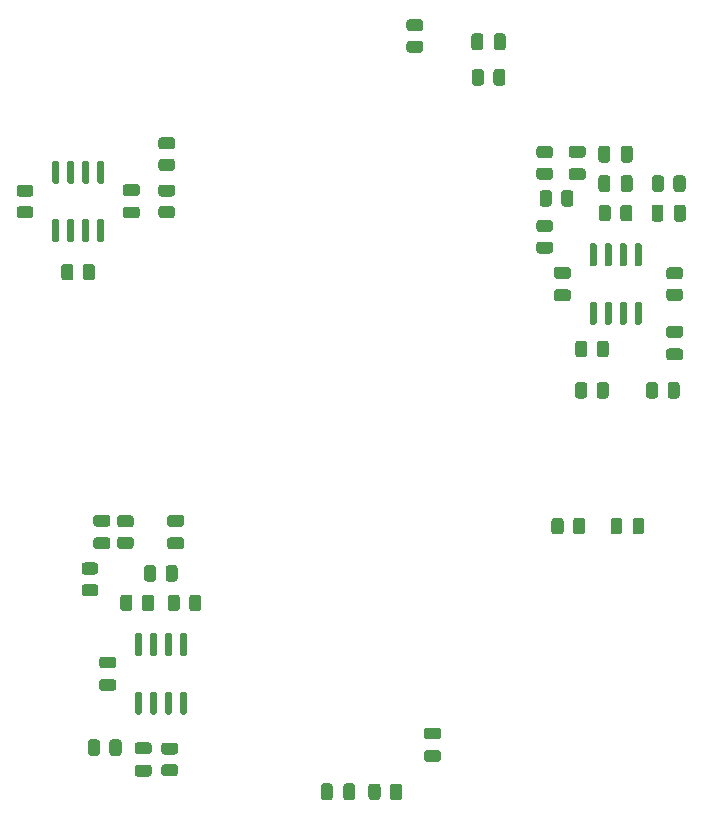
<source format=gbr>
%TF.GenerationSoftware,KiCad,Pcbnew,(5.1.10-1-10_14)*%
%TF.CreationDate,2021-10-01T16:43:39+02:00*%
%TF.ProjectId,Guitarpedal,47756974-6172-4706-9564-616c2e6b6963,rev?*%
%TF.SameCoordinates,Original*%
%TF.FileFunction,Paste,Top*%
%TF.FilePolarity,Positive*%
%FSLAX46Y46*%
G04 Gerber Fmt 4.6, Leading zero omitted, Abs format (unit mm)*
G04 Created by KiCad (PCBNEW (5.1.10-1-10_14)) date 2021-10-01 16:43:39*
%MOMM*%
%LPD*%
G01*
G04 APERTURE LIST*
G04 APERTURE END LIST*
%TO.C,R25*%
G36*
G01*
X35450001Y66400000D02*
X34549999Y66400000D01*
G75*
G02*
X34300000Y66649999I0J249999D01*
G01*
X34300000Y67175001D01*
G75*
G02*
X34549999Y67425000I249999J0D01*
G01*
X35450001Y67425000D01*
G75*
G02*
X35700000Y67175001I0J-249999D01*
G01*
X35700000Y66649999D01*
G75*
G02*
X35450001Y66400000I-249999J0D01*
G01*
G37*
G36*
G01*
X35450001Y64575000D02*
X34549999Y64575000D01*
G75*
G02*
X34300000Y64824999I0J249999D01*
G01*
X34300000Y65350001D01*
G75*
G02*
X34549999Y65600000I249999J0D01*
G01*
X35450001Y65600000D01*
G75*
G02*
X35700000Y65350001I0J-249999D01*
G01*
X35700000Y64824999D01*
G75*
G02*
X35450001Y64575000I-249999J0D01*
G01*
G37*
%TD*%
%TO.C,C1*%
G36*
G01*
X36975000Y4550000D02*
X36025000Y4550000D01*
G75*
G02*
X35775000Y4800000I0J250000D01*
G01*
X35775000Y5300000D01*
G75*
G02*
X36025000Y5550000I250000J0D01*
G01*
X36975000Y5550000D01*
G75*
G02*
X37225000Y5300000I0J-250000D01*
G01*
X37225000Y4800000D01*
G75*
G02*
X36975000Y4550000I-250000J0D01*
G01*
G37*
G36*
G01*
X36975000Y6450000D02*
X36025000Y6450000D01*
G75*
G02*
X35775000Y6700000I0J250000D01*
G01*
X35775000Y7200000D01*
G75*
G02*
X36025000Y7450000I250000J0D01*
G01*
X36975000Y7450000D01*
G75*
G02*
X37225000Y7200000I0J-250000D01*
G01*
X37225000Y6700000D01*
G75*
G02*
X36975000Y6450000I-250000J0D01*
G01*
G37*
%TD*%
%TO.C,C2*%
G36*
G01*
X9475000Y12450000D02*
X8525000Y12450000D01*
G75*
G02*
X8275000Y12700000I0J250000D01*
G01*
X8275000Y13200000D01*
G75*
G02*
X8525000Y13450000I250000J0D01*
G01*
X9475000Y13450000D01*
G75*
G02*
X9725000Y13200000I0J-250000D01*
G01*
X9725000Y12700000D01*
G75*
G02*
X9475000Y12450000I-250000J0D01*
G01*
G37*
G36*
G01*
X9475000Y10550000D02*
X8525000Y10550000D01*
G75*
G02*
X8275000Y10800000I0J250000D01*
G01*
X8275000Y11300000D01*
G75*
G02*
X8525000Y11550000I250000J0D01*
G01*
X9475000Y11550000D01*
G75*
G02*
X9725000Y11300000I0J-250000D01*
G01*
X9725000Y10800000D01*
G75*
G02*
X9475000Y10550000I-250000J0D01*
G01*
G37*
%TD*%
%TO.C,C3*%
G36*
G01*
X10525000Y53450000D02*
X11475000Y53450000D01*
G75*
G02*
X11725000Y53200000I0J-250000D01*
G01*
X11725000Y52700000D01*
G75*
G02*
X11475000Y52450000I-250000J0D01*
G01*
X10525000Y52450000D01*
G75*
G02*
X10275000Y52700000I0J250000D01*
G01*
X10275000Y53200000D01*
G75*
G02*
X10525000Y53450000I250000J0D01*
G01*
G37*
G36*
G01*
X10525000Y51550000D02*
X11475000Y51550000D01*
G75*
G02*
X11725000Y51300000I0J-250000D01*
G01*
X11725000Y50800000D01*
G75*
G02*
X11475000Y50550000I-250000J0D01*
G01*
X10525000Y50550000D01*
G75*
G02*
X10275000Y50800000I0J250000D01*
G01*
X10275000Y51300000D01*
G75*
G02*
X10525000Y51550000I250000J0D01*
G01*
G37*
%TD*%
%TO.C,C4*%
G36*
G01*
X47975000Y45450000D02*
X47025000Y45450000D01*
G75*
G02*
X46775000Y45700000I0J250000D01*
G01*
X46775000Y46200000D01*
G75*
G02*
X47025000Y46450000I250000J0D01*
G01*
X47975000Y46450000D01*
G75*
G02*
X48225000Y46200000I0J-250000D01*
G01*
X48225000Y45700000D01*
G75*
G02*
X47975000Y45450000I-250000J0D01*
G01*
G37*
G36*
G01*
X47975000Y43550000D02*
X47025000Y43550000D01*
G75*
G02*
X46775000Y43800000I0J250000D01*
G01*
X46775000Y44300000D01*
G75*
G02*
X47025000Y44550000I250000J0D01*
G01*
X47975000Y44550000D01*
G75*
G02*
X48225000Y44300000I0J-250000D01*
G01*
X48225000Y43800000D01*
G75*
G02*
X47975000Y43550000I-250000J0D01*
G01*
G37*
%TD*%
%TO.C,C6*%
G36*
G01*
X12475000Y3300000D02*
X11525000Y3300000D01*
G75*
G02*
X11275000Y3550000I0J250000D01*
G01*
X11275000Y4050000D01*
G75*
G02*
X11525000Y4300000I250000J0D01*
G01*
X12475000Y4300000D01*
G75*
G02*
X12725000Y4050000I0J-250000D01*
G01*
X12725000Y3550000D01*
G75*
G02*
X12475000Y3300000I-250000J0D01*
G01*
G37*
G36*
G01*
X12475000Y5200000D02*
X11525000Y5200000D01*
G75*
G02*
X11275000Y5450000I0J250000D01*
G01*
X11275000Y5950000D01*
G75*
G02*
X11525000Y6200000I250000J0D01*
G01*
X12475000Y6200000D01*
G75*
G02*
X12725000Y5950000I0J-250000D01*
G01*
X12725000Y5450000D01*
G75*
G02*
X12475000Y5200000I-250000J0D01*
G01*
G37*
%TD*%
%TO.C,C7*%
G36*
G01*
X27050000Y1525000D02*
X27050000Y2475000D01*
G75*
G02*
X27300000Y2725000I250000J0D01*
G01*
X27800000Y2725000D01*
G75*
G02*
X28050000Y2475000I0J-250000D01*
G01*
X28050000Y1525000D01*
G75*
G02*
X27800000Y1275000I-250000J0D01*
G01*
X27300000Y1275000D01*
G75*
G02*
X27050000Y1525000I0J250000D01*
G01*
G37*
G36*
G01*
X28950000Y1525000D02*
X28950000Y2475000D01*
G75*
G02*
X29200000Y2725000I250000J0D01*
G01*
X29700000Y2725000D01*
G75*
G02*
X29950000Y2475000I0J-250000D01*
G01*
X29950000Y1525000D01*
G75*
G02*
X29700000Y1275000I-250000J0D01*
G01*
X29200000Y1275000D01*
G75*
G02*
X28950000Y1525000I0J250000D01*
G01*
G37*
%TD*%
%TO.C,C8*%
G36*
G01*
X48275000Y54800000D02*
X49225000Y54800000D01*
G75*
G02*
X49475000Y54550000I0J-250000D01*
G01*
X49475000Y54050000D01*
G75*
G02*
X49225000Y53800000I-250000J0D01*
G01*
X48275000Y53800000D01*
G75*
G02*
X48025000Y54050000I0J250000D01*
G01*
X48025000Y54550000D01*
G75*
G02*
X48275000Y54800000I250000J0D01*
G01*
G37*
G36*
G01*
X48275000Y56700000D02*
X49225000Y56700000D01*
G75*
G02*
X49475000Y56450000I0J-250000D01*
G01*
X49475000Y55950000D01*
G75*
G02*
X49225000Y55700000I-250000J0D01*
G01*
X48275000Y55700000D01*
G75*
G02*
X48025000Y55950000I0J250000D01*
G01*
X48025000Y56450000D01*
G75*
G02*
X48275000Y56700000I250000J0D01*
G01*
G37*
%TD*%
%TO.C,C9*%
G36*
G01*
X14275000Y25450000D02*
X15225000Y25450000D01*
G75*
G02*
X15475000Y25200000I0J-250000D01*
G01*
X15475000Y24700000D01*
G75*
G02*
X15225000Y24450000I-250000J0D01*
G01*
X14275000Y24450000D01*
G75*
G02*
X14025000Y24700000I0J250000D01*
G01*
X14025000Y25200000D01*
G75*
G02*
X14275000Y25450000I250000J0D01*
G01*
G37*
G36*
G01*
X14275000Y23550000D02*
X15225000Y23550000D01*
G75*
G02*
X15475000Y23300000I0J-250000D01*
G01*
X15475000Y22800000D01*
G75*
G02*
X15225000Y22550000I-250000J0D01*
G01*
X14275000Y22550000D01*
G75*
G02*
X14025000Y22800000I0J250000D01*
G01*
X14025000Y23300000D01*
G75*
G02*
X14275000Y23550000I250000J0D01*
G01*
G37*
%TD*%
%TO.C,C10*%
G36*
G01*
X8025000Y23550000D02*
X8975000Y23550000D01*
G75*
G02*
X9225000Y23300000I0J-250000D01*
G01*
X9225000Y22800000D01*
G75*
G02*
X8975000Y22550000I-250000J0D01*
G01*
X8025000Y22550000D01*
G75*
G02*
X7775000Y22800000I0J250000D01*
G01*
X7775000Y23300000D01*
G75*
G02*
X8025000Y23550000I250000J0D01*
G01*
G37*
G36*
G01*
X8025000Y25450000D02*
X8975000Y25450000D01*
G75*
G02*
X9225000Y25200000I0J-250000D01*
G01*
X9225000Y24700000D01*
G75*
G02*
X8975000Y24450000I-250000J0D01*
G01*
X8025000Y24450000D01*
G75*
G02*
X7775000Y24700000I0J250000D01*
G01*
X7775000Y25200000D01*
G75*
G02*
X8025000Y25450000I250000J0D01*
G01*
G37*
%TD*%
%TO.C,C11*%
G36*
G01*
X57475000Y38550000D02*
X56525000Y38550000D01*
G75*
G02*
X56275000Y38800000I0J250000D01*
G01*
X56275000Y39300000D01*
G75*
G02*
X56525000Y39550000I250000J0D01*
G01*
X57475000Y39550000D01*
G75*
G02*
X57725000Y39300000I0J-250000D01*
G01*
X57725000Y38800000D01*
G75*
G02*
X57475000Y38550000I-250000J0D01*
G01*
G37*
G36*
G01*
X57475000Y40450000D02*
X56525000Y40450000D01*
G75*
G02*
X56275000Y40700000I0J250000D01*
G01*
X56275000Y41200000D01*
G75*
G02*
X56525000Y41450000I250000J0D01*
G01*
X57475000Y41450000D01*
G75*
G02*
X57725000Y41200000I0J-250000D01*
G01*
X57725000Y40700000D01*
G75*
G02*
X57475000Y40450000I-250000J0D01*
G01*
G37*
%TD*%
%TO.C,C12*%
G36*
G01*
X52450000Y53025000D02*
X52450000Y53975000D01*
G75*
G02*
X52700000Y54225000I250000J0D01*
G01*
X53200000Y54225000D01*
G75*
G02*
X53450000Y53975000I0J-250000D01*
G01*
X53450000Y53025000D01*
G75*
G02*
X53200000Y52775000I-250000J0D01*
G01*
X52700000Y52775000D01*
G75*
G02*
X52450000Y53025000I0J250000D01*
G01*
G37*
G36*
G01*
X50550000Y53025000D02*
X50550000Y53975000D01*
G75*
G02*
X50800000Y54225000I250000J0D01*
G01*
X51300000Y54225000D01*
G75*
G02*
X51550000Y53975000I0J-250000D01*
G01*
X51550000Y53025000D01*
G75*
G02*
X51300000Y52775000I-250000J0D01*
G01*
X50800000Y52775000D01*
G75*
G02*
X50550000Y53025000I0J250000D01*
G01*
G37*
%TD*%
%TO.C,C13*%
G36*
G01*
X51550000Y56475000D02*
X51550000Y55525000D01*
G75*
G02*
X51300000Y55275000I-250000J0D01*
G01*
X50800000Y55275000D01*
G75*
G02*
X50550000Y55525000I0J250000D01*
G01*
X50550000Y56475000D01*
G75*
G02*
X50800000Y56725000I250000J0D01*
G01*
X51300000Y56725000D01*
G75*
G02*
X51550000Y56475000I0J-250000D01*
G01*
G37*
G36*
G01*
X53450000Y56475000D02*
X53450000Y55525000D01*
G75*
G02*
X53200000Y55275000I-250000J0D01*
G01*
X52700000Y55275000D01*
G75*
G02*
X52450000Y55525000I0J250000D01*
G01*
X52450000Y56475000D01*
G75*
G02*
X52700000Y56725000I250000J0D01*
G01*
X53200000Y56725000D01*
G75*
G02*
X53450000Y56475000I0J-250000D01*
G01*
G37*
%TD*%
%TO.C,C14*%
G36*
G01*
X40800000Y65975000D02*
X40800000Y65025000D01*
G75*
G02*
X40550000Y64775000I-250000J0D01*
G01*
X40050000Y64775000D01*
G75*
G02*
X39800000Y65025000I0J250000D01*
G01*
X39800000Y65975000D01*
G75*
G02*
X40050000Y66225000I250000J0D01*
G01*
X40550000Y66225000D01*
G75*
G02*
X40800000Y65975000I0J-250000D01*
G01*
G37*
G36*
G01*
X42700000Y65975000D02*
X42700000Y65025000D01*
G75*
G02*
X42450000Y64775000I-250000J0D01*
G01*
X41950000Y64775000D01*
G75*
G02*
X41700000Y65025000I0J250000D01*
G01*
X41700000Y65975000D01*
G75*
G02*
X41950000Y66225000I250000J0D01*
G01*
X42450000Y66225000D01*
G75*
G02*
X42700000Y65975000I0J-250000D01*
G01*
G37*
%TD*%
%TO.C,C15*%
G36*
G01*
X57950000Y51475000D02*
X57950000Y50525000D01*
G75*
G02*
X57700000Y50275000I-250000J0D01*
G01*
X57200000Y50275000D01*
G75*
G02*
X56950000Y50525000I0J250000D01*
G01*
X56950000Y51475000D01*
G75*
G02*
X57200000Y51725000I250000J0D01*
G01*
X57700000Y51725000D01*
G75*
G02*
X57950000Y51475000I0J-250000D01*
G01*
G37*
G36*
G01*
X56050000Y51475000D02*
X56050000Y50525000D01*
G75*
G02*
X55800000Y50275000I-250000J0D01*
G01*
X55300000Y50275000D01*
G75*
G02*
X55050000Y50525000I0J250000D01*
G01*
X55050000Y51475000D01*
G75*
G02*
X55300000Y51725000I250000J0D01*
G01*
X55800000Y51725000D01*
G75*
G02*
X56050000Y51475000I0J-250000D01*
G01*
G37*
%TD*%
%TO.C,D2*%
G36*
G01*
X54425000Y24956250D02*
X54425000Y24043750D01*
G75*
G02*
X54181250Y23800000I-243750J0D01*
G01*
X53693750Y23800000D01*
G75*
G02*
X53450000Y24043750I0J243750D01*
G01*
X53450000Y24956250D01*
G75*
G02*
X53693750Y25200000I243750J0D01*
G01*
X54181250Y25200000D01*
G75*
G02*
X54425000Y24956250I0J-243750D01*
G01*
G37*
G36*
G01*
X52550000Y24956250D02*
X52550000Y24043750D01*
G75*
G02*
X52306250Y23800000I-243750J0D01*
G01*
X51818750Y23800000D01*
G75*
G02*
X51575000Y24043750I0J243750D01*
G01*
X51575000Y24956250D01*
G75*
G02*
X51818750Y25200000I243750J0D01*
G01*
X52306250Y25200000D01*
G75*
G02*
X52550000Y24956250I0J-243750D01*
G01*
G37*
%TD*%
%TO.C,R1*%
G36*
G01*
X48400000Y24049998D02*
X48400000Y24950002D01*
G75*
G02*
X48649998Y25200000I249998J0D01*
G01*
X49175002Y25200000D01*
G75*
G02*
X49425000Y24950002I0J-249998D01*
G01*
X49425000Y24049998D01*
G75*
G02*
X49175002Y23800000I-249998J0D01*
G01*
X48649998Y23800000D01*
G75*
G02*
X48400000Y24049998I0J249998D01*
G01*
G37*
G36*
G01*
X46575000Y24049998D02*
X46575000Y24950002D01*
G75*
G02*
X46824998Y25200000I249998J0D01*
G01*
X47350002Y25200000D01*
G75*
G02*
X47600000Y24950002I0J-249998D01*
G01*
X47600000Y24049998D01*
G75*
G02*
X47350002Y23800000I-249998J0D01*
G01*
X46824998Y23800000D01*
G75*
G02*
X46575000Y24049998I0J249998D01*
G01*
G37*
%TD*%
%TO.C,R2*%
G36*
G01*
X9150000Y5299998D02*
X9150000Y6200002D01*
G75*
G02*
X9399998Y6450000I249998J0D01*
G01*
X9925002Y6450000D01*
G75*
G02*
X10175000Y6200002I0J-249998D01*
G01*
X10175000Y5299998D01*
G75*
G02*
X9925002Y5050000I-249998J0D01*
G01*
X9399998Y5050000D01*
G75*
G02*
X9150000Y5299998I0J249998D01*
G01*
G37*
G36*
G01*
X7325000Y5299998D02*
X7325000Y6200002D01*
G75*
G02*
X7574998Y6450000I249998J0D01*
G01*
X8100002Y6450000D01*
G75*
G02*
X8350000Y6200002I0J-249998D01*
G01*
X8350000Y5299998D01*
G75*
G02*
X8100002Y5050000I-249998J0D01*
G01*
X7574998Y5050000D01*
G75*
G02*
X7325000Y5299998I0J249998D01*
G01*
G37*
%TD*%
%TO.C,R3*%
G36*
G01*
X13799998Y6175000D02*
X14700002Y6175000D01*
G75*
G02*
X14950000Y5925002I0J-249998D01*
G01*
X14950000Y5399998D01*
G75*
G02*
X14700002Y5150000I-249998J0D01*
G01*
X13799998Y5150000D01*
G75*
G02*
X13550000Y5399998I0J249998D01*
G01*
X13550000Y5925002D01*
G75*
G02*
X13799998Y6175000I249998J0D01*
G01*
G37*
G36*
G01*
X13799998Y4350000D02*
X14700002Y4350000D01*
G75*
G02*
X14950000Y4100002I0J-249998D01*
G01*
X14950000Y3574998D01*
G75*
G02*
X14700002Y3325000I-249998J0D01*
G01*
X13799998Y3325000D01*
G75*
G02*
X13550000Y3574998I0J249998D01*
G01*
X13550000Y4100002D01*
G75*
G02*
X13799998Y4350000I249998J0D01*
G01*
G37*
%TD*%
%TO.C,R4*%
G36*
G01*
X11100000Y18450002D02*
X11100000Y17549998D01*
G75*
G02*
X10850002Y17300000I-249998J0D01*
G01*
X10324998Y17300000D01*
G75*
G02*
X10075000Y17549998I0J249998D01*
G01*
X10075000Y18450002D01*
G75*
G02*
X10324998Y18700000I249998J0D01*
G01*
X10850002Y18700000D01*
G75*
G02*
X11100000Y18450002I0J-249998D01*
G01*
G37*
G36*
G01*
X12925000Y18450002D02*
X12925000Y17549998D01*
G75*
G02*
X12675002Y17300000I-249998J0D01*
G01*
X12149998Y17300000D01*
G75*
G02*
X11900000Y17549998I0J249998D01*
G01*
X11900000Y18450002D01*
G75*
G02*
X12149998Y18700000I249998J0D01*
G01*
X12675002Y18700000D01*
G75*
G02*
X12925000Y18450002I0J-249998D01*
G01*
G37*
%TD*%
%TO.C,R5*%
G36*
G01*
X46450002Y55650000D02*
X45549998Y55650000D01*
G75*
G02*
X45300000Y55899998I0J249998D01*
G01*
X45300000Y56425002D01*
G75*
G02*
X45549998Y56675000I249998J0D01*
G01*
X46450002Y56675000D01*
G75*
G02*
X46700000Y56425002I0J-249998D01*
G01*
X46700000Y55899998D01*
G75*
G02*
X46450002Y55650000I-249998J0D01*
G01*
G37*
G36*
G01*
X46450002Y53825000D02*
X45549998Y53825000D01*
G75*
G02*
X45300000Y54074998I0J249998D01*
G01*
X45300000Y54600002D01*
G75*
G02*
X45549998Y54850000I249998J0D01*
G01*
X46450002Y54850000D01*
G75*
G02*
X46700000Y54600002I0J-249998D01*
G01*
X46700000Y54074998D01*
G75*
G02*
X46450002Y53825000I-249998J0D01*
G01*
G37*
%TD*%
%TO.C,R6*%
G36*
G01*
X45575000Y51799998D02*
X45575000Y52700002D01*
G75*
G02*
X45824998Y52950000I249998J0D01*
G01*
X46350002Y52950000D01*
G75*
G02*
X46600000Y52700002I0J-249998D01*
G01*
X46600000Y51799998D01*
G75*
G02*
X46350002Y51550000I-249998J0D01*
G01*
X45824998Y51550000D01*
G75*
G02*
X45575000Y51799998I0J249998D01*
G01*
G37*
G36*
G01*
X47400000Y51799998D02*
X47400000Y52700002D01*
G75*
G02*
X47649998Y52950000I249998J0D01*
G01*
X48175002Y52950000D01*
G75*
G02*
X48425000Y52700002I0J-249998D01*
G01*
X48425000Y51799998D01*
G75*
G02*
X48175002Y51550000I-249998J0D01*
G01*
X47649998Y51550000D01*
G75*
G02*
X47400000Y51799998I0J249998D01*
G01*
G37*
%TD*%
%TO.C,R7*%
G36*
G01*
X12075000Y20049998D02*
X12075000Y20950002D01*
G75*
G02*
X12324998Y21200000I249998J0D01*
G01*
X12850002Y21200000D01*
G75*
G02*
X13100000Y20950002I0J-249998D01*
G01*
X13100000Y20049998D01*
G75*
G02*
X12850002Y19800000I-249998J0D01*
G01*
X12324998Y19800000D01*
G75*
G02*
X12075000Y20049998I0J249998D01*
G01*
G37*
G36*
G01*
X13900000Y20049998D02*
X13900000Y20950002D01*
G75*
G02*
X14149998Y21200000I249998J0D01*
G01*
X14675002Y21200000D01*
G75*
G02*
X14925000Y20950002I0J-249998D01*
G01*
X14925000Y20049998D01*
G75*
G02*
X14675002Y19800000I-249998J0D01*
G01*
X14149998Y19800000D01*
G75*
G02*
X13900000Y20049998I0J249998D01*
G01*
G37*
%TD*%
%TO.C,R8*%
G36*
G01*
X16925000Y18450002D02*
X16925000Y17549998D01*
G75*
G02*
X16675002Y17300000I-249998J0D01*
G01*
X16149998Y17300000D01*
G75*
G02*
X15900000Y17549998I0J249998D01*
G01*
X15900000Y18450002D01*
G75*
G02*
X16149998Y18700000I249998J0D01*
G01*
X16675002Y18700000D01*
G75*
G02*
X16925000Y18450002I0J-249998D01*
G01*
G37*
G36*
G01*
X15100000Y18450002D02*
X15100000Y17549998D01*
G75*
G02*
X14850002Y17300000I-249998J0D01*
G01*
X14324998Y17300000D01*
G75*
G02*
X14075000Y17549998I0J249998D01*
G01*
X14075000Y18450002D01*
G75*
G02*
X14324998Y18700000I249998J0D01*
G01*
X14850002Y18700000D01*
G75*
G02*
X15100000Y18450002I0J-249998D01*
G01*
G37*
%TD*%
%TO.C,R9*%
G36*
G01*
X7950002Y20400000D02*
X7049998Y20400000D01*
G75*
G02*
X6800000Y20649998I0J249998D01*
G01*
X6800000Y21175002D01*
G75*
G02*
X7049998Y21425000I249998J0D01*
G01*
X7950002Y21425000D01*
G75*
G02*
X8200000Y21175002I0J-249998D01*
G01*
X8200000Y20649998D01*
G75*
G02*
X7950002Y20400000I-249998J0D01*
G01*
G37*
G36*
G01*
X7950002Y18575000D02*
X7049998Y18575000D01*
G75*
G02*
X6800000Y18824998I0J249998D01*
G01*
X6800000Y19350002D01*
G75*
G02*
X7049998Y19600000I249998J0D01*
G01*
X7950002Y19600000D01*
G75*
G02*
X8200000Y19350002I0J-249998D01*
G01*
X8200000Y18824998D01*
G75*
G02*
X7950002Y18575000I-249998J0D01*
G01*
G37*
%TD*%
%TO.C,R10*%
G36*
G01*
X45549998Y50425000D02*
X46450002Y50425000D01*
G75*
G02*
X46700000Y50175002I0J-249998D01*
G01*
X46700000Y49649998D01*
G75*
G02*
X46450002Y49400000I-249998J0D01*
G01*
X45549998Y49400000D01*
G75*
G02*
X45300000Y49649998I0J249998D01*
G01*
X45300000Y50175002D01*
G75*
G02*
X45549998Y50425000I249998J0D01*
G01*
G37*
G36*
G01*
X45549998Y48600000D02*
X46450002Y48600000D01*
G75*
G02*
X46700000Y48350002I0J-249998D01*
G01*
X46700000Y47824998D01*
G75*
G02*
X46450002Y47575000I-249998J0D01*
G01*
X45549998Y47575000D01*
G75*
G02*
X45300000Y47824998I0J249998D01*
G01*
X45300000Y48350002D01*
G75*
G02*
X45549998Y48600000I249998J0D01*
G01*
G37*
%TD*%
%TO.C,R11*%
G36*
G01*
X31075000Y1549998D02*
X31075000Y2450002D01*
G75*
G02*
X31324998Y2700000I249998J0D01*
G01*
X31850002Y2700000D01*
G75*
G02*
X32100000Y2450002I0J-249998D01*
G01*
X32100000Y1549998D01*
G75*
G02*
X31850002Y1300000I-249998J0D01*
G01*
X31324998Y1300000D01*
G75*
G02*
X31075000Y1549998I0J249998D01*
G01*
G37*
G36*
G01*
X32900000Y1549998D02*
X32900000Y2450002D01*
G75*
G02*
X33149998Y2700000I249998J0D01*
G01*
X33675002Y2700000D01*
G75*
G02*
X33925000Y2450002I0J-249998D01*
G01*
X33925000Y1549998D01*
G75*
G02*
X33675002Y1300000I-249998J0D01*
G01*
X33149998Y1300000D01*
G75*
G02*
X32900000Y1549998I0J249998D01*
G01*
G37*
%TD*%
%TO.C,R12*%
G36*
G01*
X10950002Y24400000D02*
X10049998Y24400000D01*
G75*
G02*
X9800000Y24649998I0J249998D01*
G01*
X9800000Y25175002D01*
G75*
G02*
X10049998Y25425000I249998J0D01*
G01*
X10950002Y25425000D01*
G75*
G02*
X11200000Y25175002I0J-249998D01*
G01*
X11200000Y24649998D01*
G75*
G02*
X10950002Y24400000I-249998J0D01*
G01*
G37*
G36*
G01*
X10950002Y22575000D02*
X10049998Y22575000D01*
G75*
G02*
X9800000Y22824998I0J249998D01*
G01*
X9800000Y23350002D01*
G75*
G02*
X10049998Y23600000I249998J0D01*
G01*
X10950002Y23600000D01*
G75*
G02*
X11200000Y23350002I0J-249998D01*
G01*
X11200000Y22824998D01*
G75*
G02*
X10950002Y22575000I-249998J0D01*
G01*
G37*
%TD*%
%TO.C,R13*%
G36*
G01*
X49600000Y39950002D02*
X49600000Y39049998D01*
G75*
G02*
X49350002Y38800000I-249998J0D01*
G01*
X48824998Y38800000D01*
G75*
G02*
X48575000Y39049998I0J249998D01*
G01*
X48575000Y39950002D01*
G75*
G02*
X48824998Y40200000I249998J0D01*
G01*
X49350002Y40200000D01*
G75*
G02*
X49600000Y39950002I0J-249998D01*
G01*
G37*
G36*
G01*
X51425000Y39950002D02*
X51425000Y39049998D01*
G75*
G02*
X51175002Y38800000I-249998J0D01*
G01*
X50649998Y38800000D01*
G75*
G02*
X50400000Y39049998I0J249998D01*
G01*
X50400000Y39950002D01*
G75*
G02*
X50649998Y40200000I249998J0D01*
G01*
X51175002Y40200000D01*
G75*
G02*
X51425000Y39950002I0J-249998D01*
G01*
G37*
%TD*%
%TO.C,R14*%
G36*
G01*
X48575000Y35549998D02*
X48575000Y36450002D01*
G75*
G02*
X48824998Y36700000I249998J0D01*
G01*
X49350002Y36700000D01*
G75*
G02*
X49600000Y36450002I0J-249998D01*
G01*
X49600000Y35549998D01*
G75*
G02*
X49350002Y35300000I-249998J0D01*
G01*
X48824998Y35300000D01*
G75*
G02*
X48575000Y35549998I0J249998D01*
G01*
G37*
G36*
G01*
X50400000Y35549998D02*
X50400000Y36450002D01*
G75*
G02*
X50649998Y36700000I249998J0D01*
G01*
X51175002Y36700000D01*
G75*
G02*
X51425000Y36450002I0J-249998D01*
G01*
X51425000Y35549998D01*
G75*
G02*
X51175002Y35300000I-249998J0D01*
G01*
X50649998Y35300000D01*
G75*
G02*
X50400000Y35549998I0J249998D01*
G01*
G37*
%TD*%
%TO.C,R15*%
G36*
G01*
X13549998Y55600000D02*
X14450002Y55600000D01*
G75*
G02*
X14700000Y55350002I0J-249998D01*
G01*
X14700000Y54824998D01*
G75*
G02*
X14450002Y54575000I-249998J0D01*
G01*
X13549998Y54575000D01*
G75*
G02*
X13300000Y54824998I0J249998D01*
G01*
X13300000Y55350002D01*
G75*
G02*
X13549998Y55600000I249998J0D01*
G01*
G37*
G36*
G01*
X13549998Y57425000D02*
X14450002Y57425000D01*
G75*
G02*
X14700000Y57175002I0J-249998D01*
G01*
X14700000Y56649998D01*
G75*
G02*
X14450002Y56400000I-249998J0D01*
G01*
X13549998Y56400000D01*
G75*
G02*
X13300000Y56649998I0J249998D01*
G01*
X13300000Y57175002D01*
G75*
G02*
X13549998Y57425000I249998J0D01*
G01*
G37*
%TD*%
%TO.C,R16*%
G36*
G01*
X2450002Y52400000D02*
X1549998Y52400000D01*
G75*
G02*
X1300000Y52649998I0J249998D01*
G01*
X1300000Y53175002D01*
G75*
G02*
X1549998Y53425000I249998J0D01*
G01*
X2450002Y53425000D01*
G75*
G02*
X2700000Y53175002I0J-249998D01*
G01*
X2700000Y52649998D01*
G75*
G02*
X2450002Y52400000I-249998J0D01*
G01*
G37*
G36*
G01*
X2450002Y50575000D02*
X1549998Y50575000D01*
G75*
G02*
X1300000Y50824998I0J249998D01*
G01*
X1300000Y51350002D01*
G75*
G02*
X1549998Y51600000I249998J0D01*
G01*
X2450002Y51600000D01*
G75*
G02*
X2700000Y51350002I0J-249998D01*
G01*
X2700000Y50824998D01*
G75*
G02*
X2450002Y50575000I-249998J0D01*
G01*
G37*
%TD*%
%TO.C,R17*%
G36*
G01*
X56549998Y46425000D02*
X57450002Y46425000D01*
G75*
G02*
X57700000Y46175002I0J-249998D01*
G01*
X57700000Y45649998D01*
G75*
G02*
X57450002Y45400000I-249998J0D01*
G01*
X56549998Y45400000D01*
G75*
G02*
X56300000Y45649998I0J249998D01*
G01*
X56300000Y46175002D01*
G75*
G02*
X56549998Y46425000I249998J0D01*
G01*
G37*
G36*
G01*
X56549998Y44600000D02*
X57450002Y44600000D01*
G75*
G02*
X57700000Y44350002I0J-249998D01*
G01*
X57700000Y43824998D01*
G75*
G02*
X57450002Y43575000I-249998J0D01*
G01*
X56549998Y43575000D01*
G75*
G02*
X56300000Y43824998I0J249998D01*
G01*
X56300000Y44350002D01*
G75*
G02*
X56549998Y44600000I249998J0D01*
G01*
G37*
%TD*%
%TO.C,R18*%
G36*
G01*
X57425000Y36450002D02*
X57425000Y35549998D01*
G75*
G02*
X57175002Y35300000I-249998J0D01*
G01*
X56649998Y35300000D01*
G75*
G02*
X56400000Y35549998I0J249998D01*
G01*
X56400000Y36450002D01*
G75*
G02*
X56649998Y36700000I249998J0D01*
G01*
X57175002Y36700000D01*
G75*
G02*
X57425000Y36450002I0J-249998D01*
G01*
G37*
G36*
G01*
X55600000Y36450002D02*
X55600000Y35549998D01*
G75*
G02*
X55350002Y35300000I-249998J0D01*
G01*
X54824998Y35300000D01*
G75*
G02*
X54575000Y35549998I0J249998D01*
G01*
X54575000Y36450002D01*
G75*
G02*
X54824998Y36700000I249998J0D01*
G01*
X55350002Y36700000D01*
G75*
G02*
X55600000Y36450002I0J-249998D01*
G01*
G37*
%TD*%
%TO.C,R19*%
G36*
G01*
X53425000Y51450002D02*
X53425000Y50549998D01*
G75*
G02*
X53175002Y50300000I-249998J0D01*
G01*
X52649998Y50300000D01*
G75*
G02*
X52400000Y50549998I0J249998D01*
G01*
X52400000Y51450002D01*
G75*
G02*
X52649998Y51700000I249998J0D01*
G01*
X53175002Y51700000D01*
G75*
G02*
X53425000Y51450002I0J-249998D01*
G01*
G37*
G36*
G01*
X51600000Y51450002D02*
X51600000Y50549998D01*
G75*
G02*
X51350002Y50300000I-249998J0D01*
G01*
X50824998Y50300000D01*
G75*
G02*
X50575000Y50549998I0J249998D01*
G01*
X50575000Y51450002D01*
G75*
G02*
X50824998Y51700000I249998J0D01*
G01*
X51350002Y51700000D01*
G75*
G02*
X51600000Y51450002I0J-249998D01*
G01*
G37*
%TD*%
%TO.C,R20*%
G36*
G01*
X5075000Y45549998D02*
X5075000Y46450002D01*
G75*
G02*
X5324998Y46700000I249998J0D01*
G01*
X5850002Y46700000D01*
G75*
G02*
X6100000Y46450002I0J-249998D01*
G01*
X6100000Y45549998D01*
G75*
G02*
X5850002Y45300000I-249998J0D01*
G01*
X5324998Y45300000D01*
G75*
G02*
X5075000Y45549998I0J249998D01*
G01*
G37*
G36*
G01*
X6900000Y45549998D02*
X6900000Y46450002D01*
G75*
G02*
X7149998Y46700000I249998J0D01*
G01*
X7675002Y46700000D01*
G75*
G02*
X7925000Y46450002I0J-249998D01*
G01*
X7925000Y45549998D01*
G75*
G02*
X7675002Y45300000I-249998J0D01*
G01*
X7149998Y45300000D01*
G75*
G02*
X6900000Y45549998I0J249998D01*
G01*
G37*
%TD*%
%TO.C,R21*%
G36*
G01*
X41650000Y62049998D02*
X41650000Y62950002D01*
G75*
G02*
X41899998Y63200000I249998J0D01*
G01*
X42425002Y63200000D01*
G75*
G02*
X42675000Y62950002I0J-249998D01*
G01*
X42675000Y62049998D01*
G75*
G02*
X42425002Y61800000I-249998J0D01*
G01*
X41899998Y61800000D01*
G75*
G02*
X41650000Y62049998I0J249998D01*
G01*
G37*
G36*
G01*
X39825000Y62049998D02*
X39825000Y62950002D01*
G75*
G02*
X40074998Y63200000I249998J0D01*
G01*
X40600002Y63200000D01*
G75*
G02*
X40850000Y62950002I0J-249998D01*
G01*
X40850000Y62049998D01*
G75*
G02*
X40600002Y61800000I-249998J0D01*
G01*
X40074998Y61800000D01*
G75*
G02*
X39825000Y62049998I0J249998D01*
G01*
G37*
%TD*%
%TO.C,R22*%
G36*
G01*
X57925000Y53950002D02*
X57925000Y53049998D01*
G75*
G02*
X57675002Y52800000I-249998J0D01*
G01*
X57149998Y52800000D01*
G75*
G02*
X56900000Y53049998I0J249998D01*
G01*
X56900000Y53950002D01*
G75*
G02*
X57149998Y54200000I249998J0D01*
G01*
X57675002Y54200000D01*
G75*
G02*
X57925000Y53950002I0J-249998D01*
G01*
G37*
G36*
G01*
X56100000Y53950002D02*
X56100000Y53049998D01*
G75*
G02*
X55850002Y52800000I-249998J0D01*
G01*
X55324998Y52800000D01*
G75*
G02*
X55075000Y53049998I0J249998D01*
G01*
X55075000Y53950002D01*
G75*
G02*
X55324998Y54200000I249998J0D01*
G01*
X55850002Y54200000D01*
G75*
G02*
X56100000Y53950002I0J-249998D01*
G01*
G37*
%TD*%
%TO.C,R23*%
G36*
G01*
X13549998Y51600000D02*
X14450002Y51600000D01*
G75*
G02*
X14700000Y51350002I0J-249998D01*
G01*
X14700000Y50824998D01*
G75*
G02*
X14450002Y50575000I-249998J0D01*
G01*
X13549998Y50575000D01*
G75*
G02*
X13300000Y50824998I0J249998D01*
G01*
X13300000Y51350002D01*
G75*
G02*
X13549998Y51600000I249998J0D01*
G01*
G37*
G36*
G01*
X13549998Y53425000D02*
X14450002Y53425000D01*
G75*
G02*
X14700000Y53175002I0J-249998D01*
G01*
X14700000Y52649998D01*
G75*
G02*
X14450002Y52400000I-249998J0D01*
G01*
X13549998Y52400000D01*
G75*
G02*
X13300000Y52649998I0J249998D01*
G01*
X13300000Y53175002D01*
G75*
G02*
X13549998Y53425000I249998J0D01*
G01*
G37*
%TD*%
%TO.C,U1*%
G36*
G01*
X11745000Y13500000D02*
X11445000Y13500000D01*
G75*
G02*
X11295000Y13650000I0J150000D01*
G01*
X11295000Y15300000D01*
G75*
G02*
X11445000Y15450000I150000J0D01*
G01*
X11745000Y15450000D01*
G75*
G02*
X11895000Y15300000I0J-150000D01*
G01*
X11895000Y13650000D01*
G75*
G02*
X11745000Y13500000I-150000J0D01*
G01*
G37*
G36*
G01*
X13015000Y13500000D02*
X12715000Y13500000D01*
G75*
G02*
X12565000Y13650000I0J150000D01*
G01*
X12565000Y15300000D01*
G75*
G02*
X12715000Y15450000I150000J0D01*
G01*
X13015000Y15450000D01*
G75*
G02*
X13165000Y15300000I0J-150000D01*
G01*
X13165000Y13650000D01*
G75*
G02*
X13015000Y13500000I-150000J0D01*
G01*
G37*
G36*
G01*
X14285000Y13500000D02*
X13985000Y13500000D01*
G75*
G02*
X13835000Y13650000I0J150000D01*
G01*
X13835000Y15300000D01*
G75*
G02*
X13985000Y15450000I150000J0D01*
G01*
X14285000Y15450000D01*
G75*
G02*
X14435000Y15300000I0J-150000D01*
G01*
X14435000Y13650000D01*
G75*
G02*
X14285000Y13500000I-150000J0D01*
G01*
G37*
G36*
G01*
X15555000Y13500000D02*
X15255000Y13500000D01*
G75*
G02*
X15105000Y13650000I0J150000D01*
G01*
X15105000Y15300000D01*
G75*
G02*
X15255000Y15450000I150000J0D01*
G01*
X15555000Y15450000D01*
G75*
G02*
X15705000Y15300000I0J-150000D01*
G01*
X15705000Y13650000D01*
G75*
G02*
X15555000Y13500000I-150000J0D01*
G01*
G37*
G36*
G01*
X15555000Y8550000D02*
X15255000Y8550000D01*
G75*
G02*
X15105000Y8700000I0J150000D01*
G01*
X15105000Y10350000D01*
G75*
G02*
X15255000Y10500000I150000J0D01*
G01*
X15555000Y10500000D01*
G75*
G02*
X15705000Y10350000I0J-150000D01*
G01*
X15705000Y8700000D01*
G75*
G02*
X15555000Y8550000I-150000J0D01*
G01*
G37*
G36*
G01*
X14285000Y8550000D02*
X13985000Y8550000D01*
G75*
G02*
X13835000Y8700000I0J150000D01*
G01*
X13835000Y10350000D01*
G75*
G02*
X13985000Y10500000I150000J0D01*
G01*
X14285000Y10500000D01*
G75*
G02*
X14435000Y10350000I0J-150000D01*
G01*
X14435000Y8700000D01*
G75*
G02*
X14285000Y8550000I-150000J0D01*
G01*
G37*
G36*
G01*
X13015000Y8550000D02*
X12715000Y8550000D01*
G75*
G02*
X12565000Y8700000I0J150000D01*
G01*
X12565000Y10350000D01*
G75*
G02*
X12715000Y10500000I150000J0D01*
G01*
X13015000Y10500000D01*
G75*
G02*
X13165000Y10350000I0J-150000D01*
G01*
X13165000Y8700000D01*
G75*
G02*
X13015000Y8550000I-150000J0D01*
G01*
G37*
G36*
G01*
X11745000Y8550000D02*
X11445000Y8550000D01*
G75*
G02*
X11295000Y8700000I0J150000D01*
G01*
X11295000Y10350000D01*
G75*
G02*
X11445000Y10500000I150000J0D01*
G01*
X11745000Y10500000D01*
G75*
G02*
X11895000Y10350000I0J-150000D01*
G01*
X11895000Y8700000D01*
G75*
G02*
X11745000Y8550000I-150000J0D01*
G01*
G37*
%TD*%
%TO.C,U2*%
G36*
G01*
X8255000Y55450000D02*
X8555000Y55450000D01*
G75*
G02*
X8705000Y55300000I0J-150000D01*
G01*
X8705000Y53650000D01*
G75*
G02*
X8555000Y53500000I-150000J0D01*
G01*
X8255000Y53500000D01*
G75*
G02*
X8105000Y53650000I0J150000D01*
G01*
X8105000Y55300000D01*
G75*
G02*
X8255000Y55450000I150000J0D01*
G01*
G37*
G36*
G01*
X6985000Y55450000D02*
X7285000Y55450000D01*
G75*
G02*
X7435000Y55300000I0J-150000D01*
G01*
X7435000Y53650000D01*
G75*
G02*
X7285000Y53500000I-150000J0D01*
G01*
X6985000Y53500000D01*
G75*
G02*
X6835000Y53650000I0J150000D01*
G01*
X6835000Y55300000D01*
G75*
G02*
X6985000Y55450000I150000J0D01*
G01*
G37*
G36*
G01*
X5715000Y55450000D02*
X6015000Y55450000D01*
G75*
G02*
X6165000Y55300000I0J-150000D01*
G01*
X6165000Y53650000D01*
G75*
G02*
X6015000Y53500000I-150000J0D01*
G01*
X5715000Y53500000D01*
G75*
G02*
X5565000Y53650000I0J150000D01*
G01*
X5565000Y55300000D01*
G75*
G02*
X5715000Y55450000I150000J0D01*
G01*
G37*
G36*
G01*
X4445000Y55450000D02*
X4745000Y55450000D01*
G75*
G02*
X4895000Y55300000I0J-150000D01*
G01*
X4895000Y53650000D01*
G75*
G02*
X4745000Y53500000I-150000J0D01*
G01*
X4445000Y53500000D01*
G75*
G02*
X4295000Y53650000I0J150000D01*
G01*
X4295000Y55300000D01*
G75*
G02*
X4445000Y55450000I150000J0D01*
G01*
G37*
G36*
G01*
X4445000Y50500000D02*
X4745000Y50500000D01*
G75*
G02*
X4895000Y50350000I0J-150000D01*
G01*
X4895000Y48700000D01*
G75*
G02*
X4745000Y48550000I-150000J0D01*
G01*
X4445000Y48550000D01*
G75*
G02*
X4295000Y48700000I0J150000D01*
G01*
X4295000Y50350000D01*
G75*
G02*
X4445000Y50500000I150000J0D01*
G01*
G37*
G36*
G01*
X5715000Y50500000D02*
X6015000Y50500000D01*
G75*
G02*
X6165000Y50350000I0J-150000D01*
G01*
X6165000Y48700000D01*
G75*
G02*
X6015000Y48550000I-150000J0D01*
G01*
X5715000Y48550000D01*
G75*
G02*
X5565000Y48700000I0J150000D01*
G01*
X5565000Y50350000D01*
G75*
G02*
X5715000Y50500000I150000J0D01*
G01*
G37*
G36*
G01*
X6985000Y50500000D02*
X7285000Y50500000D01*
G75*
G02*
X7435000Y50350000I0J-150000D01*
G01*
X7435000Y48700000D01*
G75*
G02*
X7285000Y48550000I-150000J0D01*
G01*
X6985000Y48550000D01*
G75*
G02*
X6835000Y48700000I0J150000D01*
G01*
X6835000Y50350000D01*
G75*
G02*
X6985000Y50500000I150000J0D01*
G01*
G37*
G36*
G01*
X8255000Y50500000D02*
X8555000Y50500000D01*
G75*
G02*
X8705000Y50350000I0J-150000D01*
G01*
X8705000Y48700000D01*
G75*
G02*
X8555000Y48550000I-150000J0D01*
G01*
X8255000Y48550000D01*
G75*
G02*
X8105000Y48700000I0J150000D01*
G01*
X8105000Y50350000D01*
G75*
G02*
X8255000Y50500000I150000J0D01*
G01*
G37*
%TD*%
%TO.C,U3*%
G36*
G01*
X50245000Y41550000D02*
X49945000Y41550000D01*
G75*
G02*
X49795000Y41700000I0J150000D01*
G01*
X49795000Y43350000D01*
G75*
G02*
X49945000Y43500000I150000J0D01*
G01*
X50245000Y43500000D01*
G75*
G02*
X50395000Y43350000I0J-150000D01*
G01*
X50395000Y41700000D01*
G75*
G02*
X50245000Y41550000I-150000J0D01*
G01*
G37*
G36*
G01*
X51515000Y41550000D02*
X51215000Y41550000D01*
G75*
G02*
X51065000Y41700000I0J150000D01*
G01*
X51065000Y43350000D01*
G75*
G02*
X51215000Y43500000I150000J0D01*
G01*
X51515000Y43500000D01*
G75*
G02*
X51665000Y43350000I0J-150000D01*
G01*
X51665000Y41700000D01*
G75*
G02*
X51515000Y41550000I-150000J0D01*
G01*
G37*
G36*
G01*
X52785000Y41550000D02*
X52485000Y41550000D01*
G75*
G02*
X52335000Y41700000I0J150000D01*
G01*
X52335000Y43350000D01*
G75*
G02*
X52485000Y43500000I150000J0D01*
G01*
X52785000Y43500000D01*
G75*
G02*
X52935000Y43350000I0J-150000D01*
G01*
X52935000Y41700000D01*
G75*
G02*
X52785000Y41550000I-150000J0D01*
G01*
G37*
G36*
G01*
X54055000Y41550000D02*
X53755000Y41550000D01*
G75*
G02*
X53605000Y41700000I0J150000D01*
G01*
X53605000Y43350000D01*
G75*
G02*
X53755000Y43500000I150000J0D01*
G01*
X54055000Y43500000D01*
G75*
G02*
X54205000Y43350000I0J-150000D01*
G01*
X54205000Y41700000D01*
G75*
G02*
X54055000Y41550000I-150000J0D01*
G01*
G37*
G36*
G01*
X54055000Y46500000D02*
X53755000Y46500000D01*
G75*
G02*
X53605000Y46650000I0J150000D01*
G01*
X53605000Y48300000D01*
G75*
G02*
X53755000Y48450000I150000J0D01*
G01*
X54055000Y48450000D01*
G75*
G02*
X54205000Y48300000I0J-150000D01*
G01*
X54205000Y46650000D01*
G75*
G02*
X54055000Y46500000I-150000J0D01*
G01*
G37*
G36*
G01*
X52785000Y46500000D02*
X52485000Y46500000D01*
G75*
G02*
X52335000Y46650000I0J150000D01*
G01*
X52335000Y48300000D01*
G75*
G02*
X52485000Y48450000I150000J0D01*
G01*
X52785000Y48450000D01*
G75*
G02*
X52935000Y48300000I0J-150000D01*
G01*
X52935000Y46650000D01*
G75*
G02*
X52785000Y46500000I-150000J0D01*
G01*
G37*
G36*
G01*
X51515000Y46500000D02*
X51215000Y46500000D01*
G75*
G02*
X51065000Y46650000I0J150000D01*
G01*
X51065000Y48300000D01*
G75*
G02*
X51215000Y48450000I150000J0D01*
G01*
X51515000Y48450000D01*
G75*
G02*
X51665000Y48300000I0J-150000D01*
G01*
X51665000Y46650000D01*
G75*
G02*
X51515000Y46500000I-150000J0D01*
G01*
G37*
G36*
G01*
X50245000Y46500000D02*
X49945000Y46500000D01*
G75*
G02*
X49795000Y46650000I0J150000D01*
G01*
X49795000Y48300000D01*
G75*
G02*
X49945000Y48450000I150000J0D01*
G01*
X50245000Y48450000D01*
G75*
G02*
X50395000Y48300000I0J-150000D01*
G01*
X50395000Y46650000D01*
G75*
G02*
X50245000Y46500000I-150000J0D01*
G01*
G37*
%TD*%
M02*

</source>
